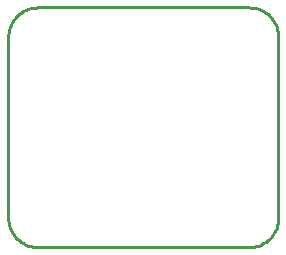
<source format=gbr>
G04 EAGLE Gerber RS-274X export*
G75*
%MOMM*%
%FSLAX34Y34*%
%LPD*%
%IN*%
%IPPOS*%
%AMOC8*
5,1,8,0,0,1.08239X$1,22.5*%
G01*
%ADD10C,0.254000*%


D10*
X0Y25400D02*
X97Y23186D01*
X386Y20989D01*
X865Y18826D01*
X1532Y16713D01*
X2380Y14666D01*
X3403Y12700D01*
X4594Y10831D01*
X5942Y9073D01*
X7440Y7440D01*
X9073Y5942D01*
X10831Y4594D01*
X12700Y3403D01*
X14666Y2380D01*
X16713Y1532D01*
X18826Y865D01*
X20989Y386D01*
X23186Y97D01*
X25400Y0D01*
X203200Y0D01*
X205414Y97D01*
X207611Y386D01*
X209774Y865D01*
X211887Y1532D01*
X213935Y2380D01*
X215900Y3403D01*
X217769Y4594D01*
X219527Y5942D01*
X221161Y7440D01*
X222658Y9073D01*
X224006Y10831D01*
X225197Y12700D01*
X226220Y14666D01*
X227068Y16713D01*
X227735Y18826D01*
X228214Y20989D01*
X228503Y23186D01*
X228600Y25400D01*
X228600Y177800D01*
X228503Y180014D01*
X228214Y182211D01*
X227735Y184374D01*
X227068Y186487D01*
X226220Y188535D01*
X225197Y190500D01*
X224006Y192369D01*
X222658Y194127D01*
X221161Y195761D01*
X219527Y197258D01*
X217769Y198606D01*
X215900Y199797D01*
X213935Y200820D01*
X211887Y201668D01*
X209774Y202335D01*
X207611Y202814D01*
X205414Y203103D01*
X203200Y203200D01*
X25400Y203200D01*
X23186Y203103D01*
X20989Y202814D01*
X18826Y202335D01*
X16713Y201668D01*
X14666Y200820D01*
X12700Y199797D01*
X10831Y198606D01*
X9073Y197258D01*
X7440Y195761D01*
X5942Y194127D01*
X4594Y192369D01*
X3403Y190500D01*
X2380Y188535D01*
X1532Y186487D01*
X865Y184374D01*
X386Y182211D01*
X97Y180014D01*
X0Y177800D01*
X0Y25400D01*
M02*

</source>
